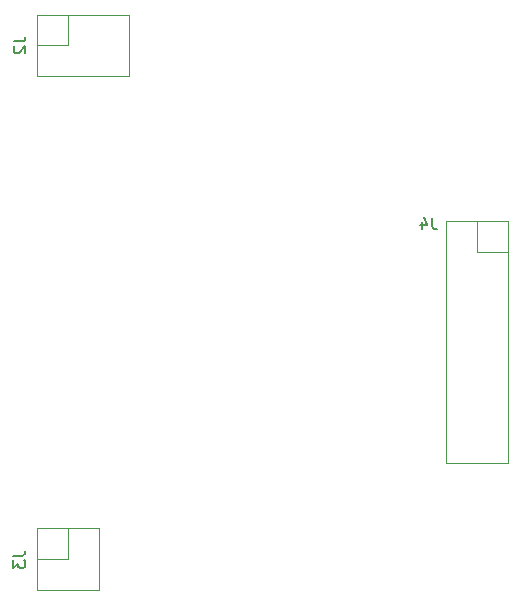
<source format=gbr>
%TF.GenerationSoftware,KiCad,Pcbnew,(6.0.0)*%
%TF.CreationDate,2022-01-16T13:15:06+00:00*%
%TF.ProjectId,OpenBCI_ESP32_BASE,4f70656e-4243-4495-9f45-535033325f42,rev?*%
%TF.SameCoordinates,Original*%
%TF.FileFunction,Legend,Bot*%
%TF.FilePolarity,Positive*%
%FSLAX46Y46*%
G04 Gerber Fmt 4.6, Leading zero omitted, Abs format (unit mm)*
G04 Created by KiCad (PCBNEW (6.0.0)) date 2022-01-16 13:15:06*
%MOMM*%
%LPD*%
G01*
G04 APERTURE LIST*
%ADD10C,0.150000*%
%ADD11C,0.120000*%
G04 APERTURE END LIST*
D10*
%TO.C,J2*%
X107682380Y-52936666D02*
X108396666Y-52936666D01*
X108539523Y-52889047D01*
X108634761Y-52793809D01*
X108682380Y-52650952D01*
X108682380Y-52555714D01*
X107777619Y-53365238D02*
X107730000Y-53412857D01*
X107682380Y-53508095D01*
X107682380Y-53746190D01*
X107730000Y-53841428D01*
X107777619Y-53889047D01*
X107872857Y-53936666D01*
X107968095Y-53936666D01*
X108110952Y-53889047D01*
X108682380Y-53317619D01*
X108682380Y-53936666D01*
%TO.C,J3*%
X107658380Y-96500166D02*
X108372666Y-96500166D01*
X108515523Y-96452547D01*
X108610761Y-96357309D01*
X108658380Y-96214452D01*
X108658380Y-96119214D01*
X107658380Y-96881119D02*
X107658380Y-97500166D01*
X108039333Y-97166833D01*
X108039333Y-97309690D01*
X108086952Y-97404928D01*
X108134571Y-97452547D01*
X108229809Y-97500166D01*
X108467904Y-97500166D01*
X108563142Y-97452547D01*
X108610761Y-97404928D01*
X108658380Y-97309690D01*
X108658380Y-97023976D01*
X108610761Y-96928738D01*
X108563142Y-96881119D01*
%TO.C,J4*%
X143133333Y-67852380D02*
X143133333Y-68566666D01*
X143180952Y-68709523D01*
X143276190Y-68804761D01*
X143419047Y-68852380D01*
X143514285Y-68852380D01*
X142228571Y-68185714D02*
X142228571Y-68852380D01*
X142466666Y-67804761D02*
X142704761Y-68519047D01*
X142085714Y-68519047D01*
D11*
%TO.C,J2*%
X112270000Y-53270000D02*
X112270000Y-50666500D01*
X109666500Y-53270000D02*
X112270000Y-53270000D01*
X109666500Y-50666500D02*
X117413500Y-50666500D01*
X117413500Y-55873500D02*
X109666500Y-55873500D01*
X117413500Y-50666500D02*
X117413500Y-55873500D01*
X109666500Y-55873500D02*
X109666500Y-50666500D01*
%TO.C,J3*%
X112270000Y-96770000D02*
X112270000Y-94166500D01*
X109666500Y-96770000D02*
X112270000Y-96770000D01*
X109666500Y-94166500D02*
X109666500Y-99373500D01*
X114873500Y-99373500D02*
X114873500Y-94166500D01*
X114873500Y-94166500D02*
X109666500Y-94166500D01*
X109666500Y-99373500D02*
X114873500Y-99373500D01*
%TO.C,J4*%
X144326500Y-68166500D02*
X149533500Y-68166500D01*
X146930000Y-68166500D02*
X146930000Y-70770000D01*
X146930000Y-70770000D02*
X149533500Y-70770000D01*
X149533500Y-68166500D02*
X149533500Y-88613500D01*
X144326500Y-88613500D02*
X144326500Y-68166500D01*
X149533500Y-88613500D02*
X144326500Y-88613500D01*
%TD*%
M02*

</source>
